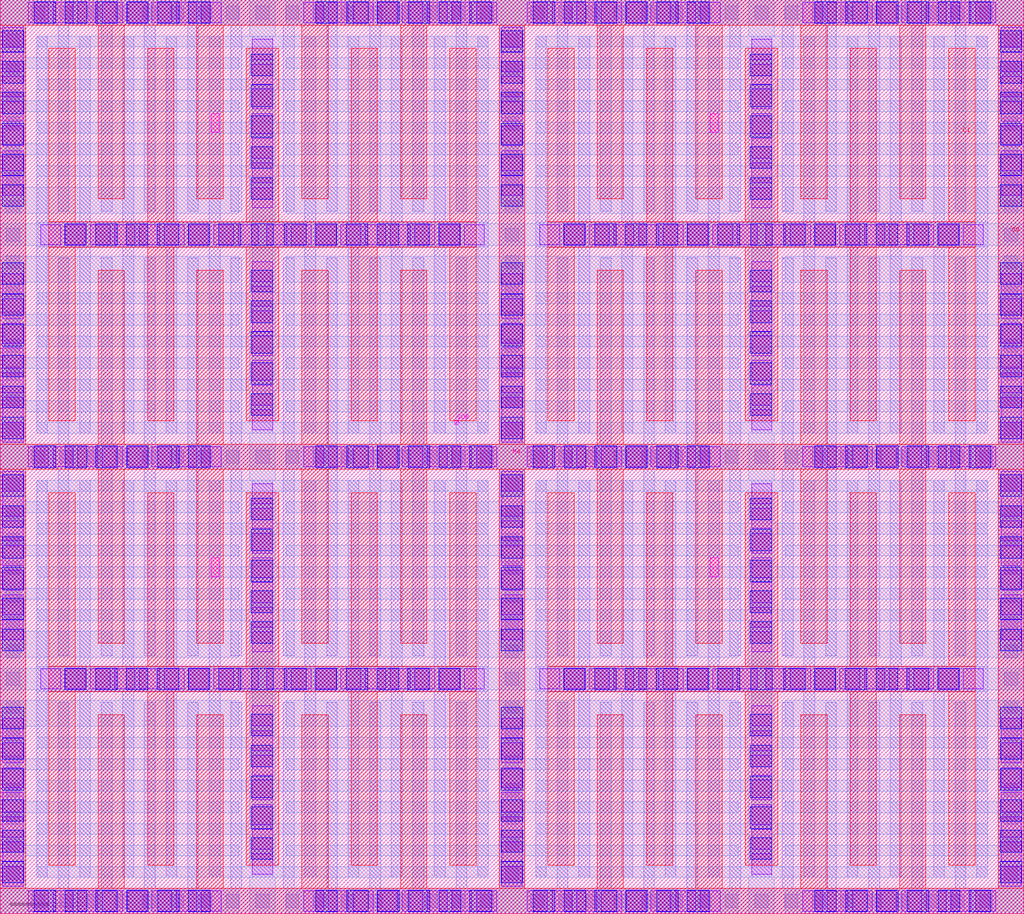
<source format=lef>
# Copyright 2020 The SkyWater PDK Authors
#
# Licensed under the Apache License, Version 2.0 (the "License");
# you may not use this file except in compliance with the License.
# You may obtain a copy of the License at
#
#     https://www.apache.org/licenses/LICENSE-2.0
#
# Unless required by applicable law or agreed to in writing, software
# distributed under the License is distributed on an "AS IS" BASIS,
# WITHOUT WARRANTIES OR CONDITIONS OF ANY KIND, either express or implied.
# See the License for the specific language governing permissions and
# limitations under the License.
#
# SPDX-License-Identifier: Apache-2.0

VERSION 5.7 ;
  NOWIREEXTENSIONATPIN ON ;
  DIVIDERCHAR "/" ;
  BUSBITCHARS "[]" ;
MACRO sky130_fd_pr__cap_vpp_06p8x06p1_m1m2m3_shieldl1m4_top
  CLASS BLOCK ;
  FOREIGN sky130_fd_pr__cap_vpp_06p8x06p1_m1m2m3_shieldl1m4_top ;
  ORIGIN  0.000000  0.000000 ;
  SIZE  13.27000 BY  11.85000 ;
  PIN C0
    PORT
      LAYER met3 ;
        RECT  0.000000  0.000000 13.270000  0.330000 ;
        RECT  0.000000  0.330000  0.330000  5.760000 ;
        RECT  0.000000  5.760000 13.270000  6.090000 ;
        RECT  0.000000  6.090000  0.330000 11.520000 ;
        RECT  0.000000 11.520000 13.270000 11.850000 ;
        RECT  1.270000  0.330000  1.610000  2.580000 ;
        RECT  1.270000  3.510000  1.610000  5.760000 ;
        RECT  1.270000  6.090000  1.610000  8.340000 ;
        RECT  1.270000  9.270000  1.610000 11.520000 ;
        RECT  2.550000  0.330000  2.890000  2.580000 ;
        RECT  2.550000  3.510000  2.890000  5.760000 ;
        RECT  2.550000  6.090000  2.890000  8.340000 ;
        RECT  2.550000  9.270000  2.890000 11.520000 ;
        RECT  3.910000  0.330000  4.250000  2.580000 ;
        RECT  3.910000  3.510000  4.250000  5.760000 ;
        RECT  3.910000  6.090000  4.250000  8.340000 ;
        RECT  3.910000  9.270000  4.250000 11.520000 ;
        RECT  5.190000  0.330000  5.530000  2.580000 ;
        RECT  5.190000  3.510000  5.530000  5.760000 ;
        RECT  5.190000  6.090000  5.530000  8.340000 ;
        RECT  5.190000  9.270000  5.530000 11.520000 ;
        RECT  6.470000  0.330000  6.800000  5.760000 ;
        RECT  6.470000  6.090000  6.800000 11.520000 ;
        RECT  7.740000  0.330000  8.080000  2.580000 ;
        RECT  7.740000  3.510000  8.080000  5.760000 ;
        RECT  7.740000  6.090000  8.080000  8.340000 ;
        RECT  7.740000  9.270000  8.080000 11.520000 ;
        RECT  9.020000  0.330000  9.360000  2.580000 ;
        RECT  9.020000  3.510000  9.360000  5.760000 ;
        RECT  9.020000  6.090000  9.360000  8.340000 ;
        RECT  9.020000  9.270000  9.360000 11.520000 ;
        RECT 10.380000  0.330000 10.720000  2.580000 ;
        RECT 10.380000  3.510000 10.720000  5.760000 ;
        RECT 10.380000  6.090000 10.720000  8.340000 ;
        RECT 10.380000  9.270000 10.720000 11.520000 ;
        RECT 11.660000  0.330000 12.000000  2.580000 ;
        RECT 11.660000  3.510000 12.000000  5.760000 ;
        RECT 11.660000  6.090000 12.000000  8.340000 ;
        RECT 11.660000  9.270000 12.000000 11.520000 ;
        RECT 12.940000  0.330000 13.270000  5.760000 ;
        RECT 12.940000  6.090000 13.270000 11.520000 ;
    END
  END C0
  PIN C1
    PORT
      LAYER met3 ;
        RECT  0.630000 0.630000  0.970000  2.880000 ;
        RECT  0.630000 2.880000  6.170000  3.210000 ;
        RECT  0.630000 3.210000  0.970000  5.460000 ;
        RECT  0.630000 6.390000  0.970000  8.640000 ;
        RECT  0.630000 8.640000  6.170000  8.970000 ;
        RECT  0.630000 8.970000  0.970000 11.220000 ;
        RECT  1.910000 0.630000  2.250000  2.880000 ;
        RECT  1.910000 3.210000  2.250000  5.460000 ;
        RECT  1.910000 6.390000  2.250000  8.640000 ;
        RECT  1.910000 8.970000  2.250000 11.220000 ;
        RECT  3.190000 0.630000  3.610000  2.880000 ;
        RECT  3.190000 3.210000  3.610000  5.460000 ;
        RECT  3.190000 6.390000  3.610000  8.640000 ;
        RECT  3.190000 8.970000  3.610000 11.220000 ;
        RECT  4.550000 0.630000  4.890000  2.880000 ;
        RECT  4.550000 3.210000  4.890000  5.460000 ;
        RECT  4.550000 6.390000  4.890000  8.640000 ;
        RECT  4.550000 8.970000  4.890000 11.220000 ;
        RECT  5.830000 0.630000  6.170000  2.880000 ;
        RECT  5.830000 3.210000  6.170000  5.460000 ;
        RECT  5.830000 6.390000  6.170000  8.640000 ;
        RECT  5.830000 8.970000  6.170000 11.220000 ;
        RECT  7.100000 0.630000  7.440000  2.880000 ;
        RECT  7.100000 2.880000 12.640000  3.210000 ;
        RECT  7.100000 3.210000  7.440000  5.460000 ;
        RECT  7.100000 6.390000  7.440000  8.640000 ;
        RECT  7.100000 8.640000 12.640000  8.970000 ;
        RECT  7.100000 8.970000  7.440000 11.220000 ;
        RECT  8.380000 0.630000  8.720000  2.880000 ;
        RECT  8.380000 3.210000  8.720000  5.460000 ;
        RECT  8.380000 6.390000  8.720000  8.640000 ;
        RECT  8.380000 8.970000  8.720000 11.220000 ;
        RECT  9.660000 0.630000 10.080000  2.880000 ;
        RECT  9.660000 3.210000 10.080000  5.460000 ;
        RECT  9.660000 6.390000 10.080000  8.640000 ;
        RECT  9.660000 8.970000 10.080000 11.220000 ;
        RECT 11.020000 0.630000 11.360000  2.880000 ;
        RECT 11.020000 3.210000 11.360000  5.460000 ;
        RECT 11.020000 6.390000 11.360000  8.640000 ;
        RECT 11.020000 8.970000 11.360000 11.220000 ;
        RECT 12.300000 0.630000 12.640000  2.880000 ;
        RECT 12.300000 3.210000 12.640000  5.460000 ;
        RECT 12.300000 6.390000 12.640000  8.640000 ;
        RECT 12.300000 8.970000 12.640000 11.220000 ;
    END
  END C1
  PIN M4
    PORT
      LAYER met4 ;
        RECT 0.000000 0.000000 13.270000 11.850000 ;
    END
  END M4
  PIN SUB
    PORT
      LAYER pwell ;
        RECT 5.895000 6.345000 5.945000 6.395000 ;
    END
  END SUB
  OBS
    LAYER li1 ;
      RECT 0.000000 0.000000 13.270000 11.850000 ;
    LAYER mcon ;
      RECT  0.080000  0.440000  0.250000  0.610000 ;
      RECT  0.080000  0.800000  0.250000  0.970000 ;
      RECT  0.080000  1.160000  0.250000  1.330000 ;
      RECT  0.080000  1.520000  0.250000  1.690000 ;
      RECT  0.080000  1.880000  0.250000  2.050000 ;
      RECT  0.080000  2.240000  0.250000  2.410000 ;
      RECT  0.080000  2.600000  0.250000  2.770000 ;
      RECT  0.080000  2.960000  0.250000  3.130000 ;
      RECT  0.080000  3.320000  0.250000  3.490000 ;
      RECT  0.080000  3.680000  0.250000  3.850000 ;
      RECT  0.080000  4.040000  0.250000  4.210000 ;
      RECT  0.080000  4.400000  0.250000  4.570000 ;
      RECT  0.080000  4.760000  0.250000  4.930000 ;
      RECT  0.080000  5.120000  0.250000  5.290000 ;
      RECT  0.080000  5.480000  0.250000  5.650000 ;
      RECT  0.080000  6.200000  0.250000  6.370000 ;
      RECT  0.080000  6.560000  0.250000  6.730000 ;
      RECT  0.080000  6.920000  0.250000  7.090000 ;
      RECT  0.080000  7.280000  0.250000  7.450000 ;
      RECT  0.080000  7.640000  0.250000  7.810000 ;
      RECT  0.080000  8.000000  0.250000  8.170000 ;
      RECT  0.080000  8.360000  0.250000  8.530000 ;
      RECT  0.080000  8.720000  0.250000  8.890000 ;
      RECT  0.080000  9.080000  0.250000  9.250000 ;
      RECT  0.080000  9.440000  0.250000  9.610000 ;
      RECT  0.080000  9.800000  0.250000  9.970000 ;
      RECT  0.080000 10.160000  0.250000 10.330000 ;
      RECT  0.080000 10.520000  0.250000 10.690000 ;
      RECT  0.080000 10.880000  0.250000 11.050000 ;
      RECT  0.080000 11.240000  0.250000 11.410000 ;
      RECT  0.410000  0.080000  0.580000  0.250000 ;
      RECT  0.410000  5.840000  0.580000  6.010000 ;
      RECT  0.410000 11.600000  0.580000 11.770000 ;
      RECT  0.770000  0.080000  0.940000  0.250000 ;
      RECT  0.770000  5.840000  0.940000  6.010000 ;
      RECT  0.770000 11.600000  0.940000 11.770000 ;
      RECT  1.130000  0.080000  1.300000  0.250000 ;
      RECT  1.130000  5.840000  1.300000  6.010000 ;
      RECT  1.130000 11.600000  1.300000 11.770000 ;
      RECT  1.490000  0.080000  1.660000  0.250000 ;
      RECT  1.490000  5.840000  1.660000  6.010000 ;
      RECT  1.490000 11.600000  1.660000 11.770000 ;
      RECT  1.850000  0.080000  2.020000  0.250000 ;
      RECT  1.850000  5.840000  2.020000  6.010000 ;
      RECT  1.850000 11.600000  2.020000 11.770000 ;
      RECT  2.210000  0.080000  2.380000  0.250000 ;
      RECT  2.210000  5.840000  2.380000  6.010000 ;
      RECT  2.210000 11.600000  2.380000 11.770000 ;
      RECT  2.570000  0.080000  2.740000  0.250000 ;
      RECT  2.570000  5.840000  2.740000  6.010000 ;
      RECT  2.570000 11.600000  2.740000 11.770000 ;
      RECT  2.930000  0.080000  3.100000  0.250000 ;
      RECT  2.930000  5.840000  3.100000  6.010000 ;
      RECT  2.930000 11.600000  3.100000 11.770000 ;
      RECT  3.315000  0.080000  3.485000  0.250000 ;
      RECT  3.315000  5.840000  3.485000  6.010000 ;
      RECT  3.315000 11.600000  3.485000 11.770000 ;
      RECT  3.700000  0.080000  3.870000  0.250000 ;
      RECT  3.700000  5.840000  3.870000  6.010000 ;
      RECT  3.700000 11.600000  3.870000 11.770000 ;
      RECT  4.060000  0.080000  4.230000  0.250000 ;
      RECT  4.060000  5.840000  4.230000  6.010000 ;
      RECT  4.060000 11.600000  4.230000 11.770000 ;
      RECT  4.420000  0.080000  4.590000  0.250000 ;
      RECT  4.420000  5.840000  4.590000  6.010000 ;
      RECT  4.420000 11.600000  4.590000 11.770000 ;
      RECT  4.780000  0.080000  4.950000  0.250000 ;
      RECT  4.780000  5.840000  4.950000  6.010000 ;
      RECT  4.780000 11.600000  4.950000 11.770000 ;
      RECT  5.140000  0.080000  5.310000  0.250000 ;
      RECT  5.140000  5.840000  5.310000  6.010000 ;
      RECT  5.140000 11.600000  5.310000 11.770000 ;
      RECT  5.500000  0.080000  5.670000  0.250000 ;
      RECT  5.500000  5.840000  5.670000  6.010000 ;
      RECT  5.500000 11.600000  5.670000 11.770000 ;
      RECT  5.860000  0.080000  6.030000  0.250000 ;
      RECT  5.860000  5.840000  6.030000  6.010000 ;
      RECT  5.860000 11.600000  6.030000 11.770000 ;
      RECT  6.220000  0.080000  6.390000  0.250000 ;
      RECT  6.220000  5.840000  6.390000  6.010000 ;
      RECT  6.220000 11.600000  6.390000 11.770000 ;
      RECT  6.550000  0.440000  6.720000  0.610000 ;
      RECT  6.550000  0.800000  6.720000  0.970000 ;
      RECT  6.550000  1.160000  6.720000  1.330000 ;
      RECT  6.550000  1.520000  6.720000  1.690000 ;
      RECT  6.550000  1.880000  6.720000  2.050000 ;
      RECT  6.550000  2.240000  6.720000  2.410000 ;
      RECT  6.550000  2.600000  6.720000  2.770000 ;
      RECT  6.550000  2.960000  6.720000  3.130000 ;
      RECT  6.550000  3.320000  6.720000  3.490000 ;
      RECT  6.550000  3.680000  6.720000  3.850000 ;
      RECT  6.550000  4.040000  6.720000  4.210000 ;
      RECT  6.550000  4.400000  6.720000  4.570000 ;
      RECT  6.550000  4.760000  6.720000  4.930000 ;
      RECT  6.550000  5.120000  6.720000  5.290000 ;
      RECT  6.550000  5.480000  6.720000  5.650000 ;
      RECT  6.550000  6.200000  6.720000  6.370000 ;
      RECT  6.550000  6.560000  6.720000  6.730000 ;
      RECT  6.550000  6.920000  6.720000  7.090000 ;
      RECT  6.550000  7.280000  6.720000  7.450000 ;
      RECT  6.550000  7.640000  6.720000  7.810000 ;
      RECT  6.550000  8.000000  6.720000  8.170000 ;
      RECT  6.550000  8.360000  6.720000  8.530000 ;
      RECT  6.550000  8.720000  6.720000  8.890000 ;
      RECT  6.550000  9.080000  6.720000  9.250000 ;
      RECT  6.550000  9.440000  6.720000  9.610000 ;
      RECT  6.550000  9.800000  6.720000  9.970000 ;
      RECT  6.550000 10.160000  6.720000 10.330000 ;
      RECT  6.550000 10.520000  6.720000 10.690000 ;
      RECT  6.550000 10.880000  6.720000 11.050000 ;
      RECT  6.550000 11.240000  6.720000 11.410000 ;
      RECT  6.880000  0.080000  7.050000  0.250000 ;
      RECT  6.880000  5.840000  7.050000  6.010000 ;
      RECT  6.880000 11.600000  7.050000 11.770000 ;
      RECT  7.240000  0.080000  7.410000  0.250000 ;
      RECT  7.240000  5.840000  7.410000  6.010000 ;
      RECT  7.240000 11.600000  7.410000 11.770000 ;
      RECT  7.600000  0.080000  7.770000  0.250000 ;
      RECT  7.600000  5.840000  7.770000  6.010000 ;
      RECT  7.600000 11.600000  7.770000 11.770000 ;
      RECT  7.960000  0.080000  8.130000  0.250000 ;
      RECT  7.960000  5.840000  8.130000  6.010000 ;
      RECT  7.960000 11.600000  8.130000 11.770000 ;
      RECT  8.320000  0.080000  8.490000  0.250000 ;
      RECT  8.320000  5.840000  8.490000  6.010000 ;
      RECT  8.320000 11.600000  8.490000 11.770000 ;
      RECT  8.680000  0.080000  8.850000  0.250000 ;
      RECT  8.680000  5.840000  8.850000  6.010000 ;
      RECT  8.680000 11.600000  8.850000 11.770000 ;
      RECT  9.040000  0.080000  9.210000  0.250000 ;
      RECT  9.040000  5.840000  9.210000  6.010000 ;
      RECT  9.040000 11.600000  9.210000 11.770000 ;
      RECT  9.400000  0.080000  9.570000  0.250000 ;
      RECT  9.400000  5.840000  9.570000  6.010000 ;
      RECT  9.400000 11.600000  9.570000 11.770000 ;
      RECT  9.785000  0.080000  9.955000  0.250000 ;
      RECT  9.785000  5.840000  9.955000  6.010000 ;
      RECT  9.785000 11.600000  9.955000 11.770000 ;
      RECT 10.170000  0.080000 10.340000  0.250000 ;
      RECT 10.170000  5.840000 10.340000  6.010000 ;
      RECT 10.170000 11.600000 10.340000 11.770000 ;
      RECT 10.530000  0.080000 10.700000  0.250000 ;
      RECT 10.530000  5.840000 10.700000  6.010000 ;
      RECT 10.530000 11.600000 10.700000 11.770000 ;
      RECT 10.890000  0.080000 11.060000  0.250000 ;
      RECT 10.890000  5.840000 11.060000  6.010000 ;
      RECT 10.890000 11.600000 11.060000 11.770000 ;
      RECT 11.250000  0.080000 11.420000  0.250000 ;
      RECT 11.250000  5.840000 11.420000  6.010000 ;
      RECT 11.250000 11.600000 11.420000 11.770000 ;
      RECT 11.610000  0.080000 11.780000  0.250000 ;
      RECT 11.610000  5.840000 11.780000  6.010000 ;
      RECT 11.610000 11.600000 11.780000 11.770000 ;
      RECT 11.970000  0.080000 12.140000  0.250000 ;
      RECT 11.970000  5.840000 12.140000  6.010000 ;
      RECT 11.970000 11.600000 12.140000 11.770000 ;
      RECT 12.330000  0.080000 12.500000  0.250000 ;
      RECT 12.330000  5.840000 12.500000  6.010000 ;
      RECT 12.330000 11.600000 12.500000 11.770000 ;
      RECT 12.690000  0.080000 12.860000  0.250000 ;
      RECT 12.690000  5.840000 12.860000  6.010000 ;
      RECT 12.690000 11.600000 12.860000 11.770000 ;
      RECT 13.020000  0.440000 13.190000  0.610000 ;
      RECT 13.020000  0.800000 13.190000  0.970000 ;
      RECT 13.020000  1.160000 13.190000  1.330000 ;
      RECT 13.020000  1.520000 13.190000  1.690000 ;
      RECT 13.020000  1.880000 13.190000  2.050000 ;
      RECT 13.020000  2.240000 13.190000  2.410000 ;
      RECT 13.020000  2.600000 13.190000  2.770000 ;
      RECT 13.020000  2.960000 13.190000  3.130000 ;
      RECT 13.020000  3.320000 13.190000  3.490000 ;
      RECT 13.020000  3.680000 13.190000  3.850000 ;
      RECT 13.020000  4.040000 13.190000  4.210000 ;
      RECT 13.020000  4.400000 13.190000  4.570000 ;
      RECT 13.020000  4.760000 13.190000  4.930000 ;
      RECT 13.020000  5.120000 13.190000  5.290000 ;
      RECT 13.020000  5.480000 13.190000  5.650000 ;
      RECT 13.020000  6.200000 13.190000  6.370000 ;
      RECT 13.020000  6.560000 13.190000  6.730000 ;
      RECT 13.020000  6.920000 13.190000  7.090000 ;
      RECT 13.020000  7.280000 13.190000  7.450000 ;
      RECT 13.020000  7.640000 13.190000  7.810000 ;
      RECT 13.020000  8.000000 13.190000  8.170000 ;
      RECT 13.020000  8.360000 13.190000  8.530000 ;
      RECT 13.020000  8.720000 13.190000  8.890000 ;
      RECT 13.020000  9.080000 13.190000  9.250000 ;
      RECT 13.020000  9.440000 13.190000  9.610000 ;
      RECT 13.020000  9.800000 13.190000  9.970000 ;
      RECT 13.020000 10.160000 13.190000 10.330000 ;
      RECT 13.020000 10.520000 13.190000 10.690000 ;
      RECT 13.020000 10.880000 13.190000 11.050000 ;
      RECT 13.020000 11.240000 13.190000 11.410000 ;
    LAYER met1 ;
      RECT  0.000000  0.000000 13.270000  0.330000 ;
      RECT  0.000000  0.330000  0.330000  5.760000 ;
      RECT  0.000000  5.760000 13.270000  6.090000 ;
      RECT  0.000000  6.090000  0.330000 11.520000 ;
      RECT  0.000000 11.520000 13.270000 11.850000 ;
      RECT  0.470000  0.470000  0.610000  2.885000 ;
      RECT  0.470000  2.885000  6.330000  3.205000 ;
      RECT  0.470000  3.205000  0.610000  5.620000 ;
      RECT  0.470000  6.230000  0.610000  8.645000 ;
      RECT  0.470000  8.645000  6.330000  8.965000 ;
      RECT  0.470000  8.965000  0.610000 11.380000 ;
      RECT  0.750000  0.330000  0.890000  2.745000 ;
      RECT  0.750000  3.345000  0.890000  5.760000 ;
      RECT  0.750000  6.090000  0.890000  8.505000 ;
      RECT  0.750000  9.105000  0.890000 11.520000 ;
      RECT  1.030000  0.470000  1.170000  2.885000 ;
      RECT  1.030000  3.205000  1.170000  5.620000 ;
      RECT  1.030000  6.230000  1.170000  8.645000 ;
      RECT  1.030000  8.965000  1.170000 11.380000 ;
      RECT  1.310000  0.330000  1.450000  2.745000 ;
      RECT  1.310000  3.345000  1.450000  5.760000 ;
      RECT  1.310000  6.090000  1.450000  8.505000 ;
      RECT  1.310000  9.105000  1.450000 11.520000 ;
      RECT  1.590000  0.470000  1.730000  2.885000 ;
      RECT  1.590000  3.205000  1.730000  5.620000 ;
      RECT  1.590000  6.230000  1.730000  8.645000 ;
      RECT  1.590000  8.965000  1.730000 11.380000 ;
      RECT  1.870000  0.330000  2.010000  2.745000 ;
      RECT  1.870000  3.345000  2.010000  5.760000 ;
      RECT  1.870000  6.090000  2.010000  8.505000 ;
      RECT  1.870000  9.105000  2.010000 11.520000 ;
      RECT  2.150000  0.470000  2.290000  2.885000 ;
      RECT  2.150000  3.205000  2.290000  5.620000 ;
      RECT  2.150000  6.230000  2.290000  8.645000 ;
      RECT  2.150000  8.965000  2.290000 11.380000 ;
      RECT  2.430000  0.330000  2.570000  2.745000 ;
      RECT  2.430000  3.345000  2.570000  5.760000 ;
      RECT  2.430000  6.090000  2.570000  8.505000 ;
      RECT  2.430000  9.105000  2.570000 11.520000 ;
      RECT  2.710000  0.470000  2.850000  2.885000 ;
      RECT  2.710000  3.205000  2.850000  5.620000 ;
      RECT  2.710000  6.230000  2.850000  8.645000 ;
      RECT  2.710000  8.965000  2.850000 11.380000 ;
      RECT  2.990000  0.330000  3.130000  2.745000 ;
      RECT  2.990000  3.345000  3.130000  5.760000 ;
      RECT  2.990000  6.090000  3.130000  8.505000 ;
      RECT  2.990000  9.105000  3.130000 11.520000 ;
      RECT  3.270000  0.470000  3.530000  2.885000 ;
      RECT  3.270000  3.205000  3.530000  5.620000 ;
      RECT  3.270000  6.230000  3.530000  8.645000 ;
      RECT  3.270000  8.965000  3.530000 11.380000 ;
      RECT  3.670000  0.330000  3.810000  2.745000 ;
      RECT  3.670000  3.345000  3.810000  5.760000 ;
      RECT  3.670000  6.090000  3.810000  8.505000 ;
      RECT  3.670000  9.105000  3.810000 11.520000 ;
      RECT  3.950000  0.470000  4.090000  2.885000 ;
      RECT  3.950000  3.205000  4.090000  5.620000 ;
      RECT  3.950000  6.230000  4.090000  8.645000 ;
      RECT  3.950000  8.965000  4.090000 11.380000 ;
      RECT  4.230000  0.330000  4.370000  2.745000 ;
      RECT  4.230000  3.345000  4.370000  5.760000 ;
      RECT  4.230000  6.090000  4.370000  8.505000 ;
      RECT  4.230000  9.105000  4.370000 11.520000 ;
      RECT  4.510000  0.470000  4.650000  2.885000 ;
      RECT  4.510000  3.205000  4.650000  5.620000 ;
      RECT  4.510000  6.230000  4.650000  8.645000 ;
      RECT  4.510000  8.965000  4.650000 11.380000 ;
      RECT  4.790000  0.330000  4.930000  2.745000 ;
      RECT  4.790000  3.345000  4.930000  5.760000 ;
      RECT  4.790000  6.090000  4.930000  8.505000 ;
      RECT  4.790000  9.105000  4.930000 11.520000 ;
      RECT  5.070000  0.470000  5.210000  2.885000 ;
      RECT  5.070000  3.205000  5.210000  5.620000 ;
      RECT  5.070000  6.230000  5.210000  8.645000 ;
      RECT  5.070000  8.965000  5.210000 11.380000 ;
      RECT  5.350000  0.330000  5.490000  2.745000 ;
      RECT  5.350000  3.345000  5.490000  5.760000 ;
      RECT  5.350000  6.090000  5.490000  8.505000 ;
      RECT  5.350000  9.105000  5.490000 11.520000 ;
      RECT  5.630000  0.470000  5.770000  2.885000 ;
      RECT  5.630000  3.205000  5.770000  5.620000 ;
      RECT  5.630000  6.230000  5.770000  8.645000 ;
      RECT  5.630000  8.965000  5.770000 11.380000 ;
      RECT  5.910000  0.330000  6.050000  2.745000 ;
      RECT  5.910000  3.345000  6.050000  5.760000 ;
      RECT  5.910000  6.090000  6.050000  8.505000 ;
      RECT  5.910000  9.105000  6.050000 11.520000 ;
      RECT  6.190000  0.470000  6.330000  2.885000 ;
      RECT  6.190000  3.205000  6.330000  5.620000 ;
      RECT  6.190000  6.230000  6.330000  8.645000 ;
      RECT  6.190000  8.965000  6.330000 11.380000 ;
      RECT  6.470000  0.330000  6.800000  5.760000 ;
      RECT  6.470000  6.090000  6.800000 11.520000 ;
      RECT  6.940000  0.470000  7.080000  2.885000 ;
      RECT  6.940000  2.885000 12.800000  3.205000 ;
      RECT  6.940000  3.205000  7.080000  5.620000 ;
      RECT  6.940000  6.230000  7.080000  8.645000 ;
      RECT  6.940000  8.645000 12.800000  8.965000 ;
      RECT  6.940000  8.965000  7.080000 11.380000 ;
      RECT  7.220000  0.330000  7.360000  2.745000 ;
      RECT  7.220000  3.345000  7.360000  5.760000 ;
      RECT  7.220000  6.090000  7.360000  8.505000 ;
      RECT  7.220000  9.105000  7.360000 11.520000 ;
      RECT  7.500000  0.470000  7.640000  2.885000 ;
      RECT  7.500000  3.205000  7.640000  5.620000 ;
      RECT  7.500000  6.230000  7.640000  8.645000 ;
      RECT  7.500000  8.965000  7.640000 11.380000 ;
      RECT  7.780000  0.330000  7.920000  2.745000 ;
      RECT  7.780000  3.345000  7.920000  5.760000 ;
      RECT  7.780000  6.090000  7.920000  8.505000 ;
      RECT  7.780000  9.105000  7.920000 11.520000 ;
      RECT  8.060000  0.470000  8.200000  2.885000 ;
      RECT  8.060000  3.205000  8.200000  5.620000 ;
      RECT  8.060000  6.230000  8.200000  8.645000 ;
      RECT  8.060000  8.965000  8.200000 11.380000 ;
      RECT  8.340000  0.330000  8.480000  2.745000 ;
      RECT  8.340000  3.345000  8.480000  5.760000 ;
      RECT  8.340000  6.090000  8.480000  8.505000 ;
      RECT  8.340000  9.105000  8.480000 11.520000 ;
      RECT  8.620000  0.470000  8.760000  2.885000 ;
      RECT  8.620000  3.205000  8.760000  5.620000 ;
      RECT  8.620000  6.230000  8.760000  8.645000 ;
      RECT  8.620000  8.965000  8.760000 11.380000 ;
      RECT  8.900000  0.330000  9.040000  2.745000 ;
      RECT  8.900000  3.345000  9.040000  5.760000 ;
      RECT  8.900000  6.090000  9.040000  8.505000 ;
      RECT  8.900000  9.105000  9.040000 11.520000 ;
      RECT  9.180000  0.470000  9.320000  2.885000 ;
      RECT  9.180000  3.205000  9.320000  5.620000 ;
      RECT  9.180000  6.230000  9.320000  8.645000 ;
      RECT  9.180000  8.965000  9.320000 11.380000 ;
      RECT  9.460000  0.330000  9.600000  2.745000 ;
      RECT  9.460000  3.345000  9.600000  5.760000 ;
      RECT  9.460000  6.090000  9.600000  8.505000 ;
      RECT  9.460000  9.105000  9.600000 11.520000 ;
      RECT  9.740000  0.470000 10.000000  2.885000 ;
      RECT  9.740000  3.205000 10.000000  5.620000 ;
      RECT  9.740000  6.230000 10.000000  8.645000 ;
      RECT  9.740000  8.965000 10.000000 11.380000 ;
      RECT 10.140000  0.330000 10.280000  2.745000 ;
      RECT 10.140000  3.345000 10.280000  5.760000 ;
      RECT 10.140000  6.090000 10.280000  8.505000 ;
      RECT 10.140000  9.105000 10.280000 11.520000 ;
      RECT 10.420000  0.470000 10.560000  2.885000 ;
      RECT 10.420000  3.205000 10.560000  5.620000 ;
      RECT 10.420000  6.230000 10.560000  8.645000 ;
      RECT 10.420000  8.965000 10.560000 11.380000 ;
      RECT 10.700000  0.330000 10.840000  2.745000 ;
      RECT 10.700000  3.345000 10.840000  5.760000 ;
      RECT 10.700000  6.090000 10.840000  8.505000 ;
      RECT 10.700000  9.105000 10.840000 11.520000 ;
      RECT 10.980000  0.470000 11.120000  2.885000 ;
      RECT 10.980000  3.205000 11.120000  5.620000 ;
      RECT 10.980000  6.230000 11.120000  8.645000 ;
      RECT 10.980000  8.965000 11.120000 11.380000 ;
      RECT 11.260000  0.330000 11.400000  2.745000 ;
      RECT 11.260000  3.345000 11.400000  5.760000 ;
      RECT 11.260000  6.090000 11.400000  8.505000 ;
      RECT 11.260000  9.105000 11.400000 11.520000 ;
      RECT 11.540000  0.470000 11.680000  2.885000 ;
      RECT 11.540000  3.205000 11.680000  5.620000 ;
      RECT 11.540000  6.230000 11.680000  8.645000 ;
      RECT 11.540000  8.965000 11.680000 11.380000 ;
      RECT 11.820000  0.330000 11.960000  2.745000 ;
      RECT 11.820000  3.345000 11.960000  5.760000 ;
      RECT 11.820000  6.090000 11.960000  8.505000 ;
      RECT 11.820000  9.105000 11.960000 11.520000 ;
      RECT 12.100000  0.470000 12.240000  2.885000 ;
      RECT 12.100000  3.205000 12.240000  5.620000 ;
      RECT 12.100000  6.230000 12.240000  8.645000 ;
      RECT 12.100000  8.965000 12.240000 11.380000 ;
      RECT 12.380000  0.330000 12.520000  2.745000 ;
      RECT 12.380000  3.345000 12.520000  5.760000 ;
      RECT 12.380000  6.090000 12.520000  8.505000 ;
      RECT 12.380000  9.105000 12.520000 11.520000 ;
      RECT 12.660000  0.470000 12.800000  2.885000 ;
      RECT 12.660000  3.205000 12.800000  5.620000 ;
      RECT 12.660000  6.230000 12.800000  8.645000 ;
      RECT 12.660000  8.965000 12.800000 11.380000 ;
      RECT 12.940000  0.330000 13.270000  5.760000 ;
      RECT 12.940000  6.090000 13.270000 11.520000 ;
    LAYER met2 ;
      RECT  0.000000  0.000000  3.095000  0.330000 ;
      RECT  0.000000  0.330000  0.330000  0.750000 ;
      RECT  0.000000  0.750000  3.095000  0.890000 ;
      RECT  0.000000  0.890000  0.330000  1.310000 ;
      RECT  0.000000  1.310000  3.095000  1.450000 ;
      RECT  0.000000  1.450000  0.330000  1.870000 ;
      RECT  0.000000  1.870000  3.095000  2.010000 ;
      RECT  0.000000  2.010000  0.330000  2.430000 ;
      RECT  0.000000  2.430000  3.095000  2.765000 ;
      RECT  0.000000  2.905000 13.270000  3.185000 ;
      RECT  0.000000  3.325000  3.095000  3.660000 ;
      RECT  0.000000  3.660000  0.330000  4.080000 ;
      RECT  0.000000  4.080000  3.095000  4.220000 ;
      RECT  0.000000  4.220000  0.330000  4.640000 ;
      RECT  0.000000  4.640000  3.095000  4.780000 ;
      RECT  0.000000  4.780000  0.330000  5.200000 ;
      RECT  0.000000  5.200000  3.095000  5.340000 ;
      RECT  0.000000  5.340000  0.330000  5.760000 ;
      RECT  0.000000  5.760000  3.095000  6.090000 ;
      RECT  0.000000  6.090000  0.330000  6.510000 ;
      RECT  0.000000  6.510000  3.095000  6.650000 ;
      RECT  0.000000  6.650000  0.330000  7.070000 ;
      RECT  0.000000  7.070000  3.095000  7.210000 ;
      RECT  0.000000  7.210000  0.330000  7.630000 ;
      RECT  0.000000  7.630000  3.095000  7.770000 ;
      RECT  0.000000  7.770000  0.330000  8.190000 ;
      RECT  0.000000  8.190000  3.095000  8.525000 ;
      RECT  0.000000  8.665000 13.270000  8.945000 ;
      RECT  0.000000  9.085000  3.095000  9.420000 ;
      RECT  0.000000  9.420000  0.330000  9.840000 ;
      RECT  0.000000  9.840000  3.095000  9.980000 ;
      RECT  0.000000  9.980000  0.330000 10.400000 ;
      RECT  0.000000 10.400000  3.095000 10.540000 ;
      RECT  0.000000 10.540000  0.330000 10.960000 ;
      RECT  0.000000 10.960000  3.095000 11.100000 ;
      RECT  0.000000 11.100000  0.330000 11.520000 ;
      RECT  0.000000 11.520000  3.095000 11.850000 ;
      RECT  0.470000  0.470000  6.330000  0.610000 ;
      RECT  0.470000  1.030000  6.330000  1.170000 ;
      RECT  0.470000  1.590000  6.330000  1.730000 ;
      RECT  0.470000  2.150000  6.330000  2.290000 ;
      RECT  0.470000  3.800000  6.330000  3.940000 ;
      RECT  0.470000  4.360000  6.330000  4.500000 ;
      RECT  0.470000  4.920000  6.330000  5.060000 ;
      RECT  0.470000  5.480000  6.330000  5.620000 ;
      RECT  0.470000  6.230000  6.330000  6.370000 ;
      RECT  0.470000  6.790000  6.330000  6.930000 ;
      RECT  0.470000  7.350000  6.330000  7.490000 ;
      RECT  0.470000  7.910000  6.330000  8.050000 ;
      RECT  0.470000  9.560000  6.330000  9.700000 ;
      RECT  0.470000 10.120000  6.330000 10.260000 ;
      RECT  0.470000 10.680000  6.330000 10.820000 ;
      RECT  0.470000 11.240000  6.330000 11.380000 ;
      RECT  3.235000  0.000000  3.565000  0.470000 ;
      RECT  3.235000  0.610000  3.565000  1.030000 ;
      RECT  3.235000  1.170000  3.565000  1.590000 ;
      RECT  3.235000  1.730000  3.565000  2.150000 ;
      RECT  3.235000  2.290000  3.565000  2.905000 ;
      RECT  3.235000  3.185000  3.565000  3.800000 ;
      RECT  3.235000  3.940000  3.565000  4.360000 ;
      RECT  3.235000  4.500000  3.565000  4.920000 ;
      RECT  3.235000  5.060000  3.565000  5.480000 ;
      RECT  3.235000  5.620000  3.565000  6.230000 ;
      RECT  3.235000  6.370000  3.565000  6.790000 ;
      RECT  3.235000  6.930000  3.565000  7.350000 ;
      RECT  3.235000  7.490000  3.565000  7.910000 ;
      RECT  3.235000  8.050000  3.565000  8.665000 ;
      RECT  3.235000  8.945000  3.565000  9.560000 ;
      RECT  3.235000  9.700000  3.565000 10.120000 ;
      RECT  3.235000 10.260000  3.565000 10.680000 ;
      RECT  3.235000 10.820000  3.565000 11.240000 ;
      RECT  3.235000 11.380000  3.565000 11.850000 ;
      RECT  3.705000  0.000000  9.565000  0.330000 ;
      RECT  3.705000  0.750000  9.565000  0.890000 ;
      RECT  3.705000  1.310000  9.565000  1.450000 ;
      RECT  3.705000  1.870000  9.565000  2.010000 ;
      RECT  3.705000  2.430000  9.565000  2.765000 ;
      RECT  3.705000  3.325000  9.565000  3.660000 ;
      RECT  3.705000  4.080000  9.565000  4.220000 ;
      RECT  3.705000  4.640000  9.565000  4.780000 ;
      RECT  3.705000  5.200000  9.565000  5.340000 ;
      RECT  3.705000  5.760000  9.565000  6.090000 ;
      RECT  3.705000  6.510000  9.565000  6.650000 ;
      RECT  3.705000  7.070000  9.565000  7.210000 ;
      RECT  3.705000  7.630000  9.565000  7.770000 ;
      RECT  3.705000  8.190000  9.565000  8.525000 ;
      RECT  3.705000  9.085000  9.565000  9.420000 ;
      RECT  3.705000  9.840000  9.565000  9.980000 ;
      RECT  3.705000 10.400000  9.565000 10.540000 ;
      RECT  3.705000 10.960000  9.565000 11.100000 ;
      RECT  3.705000 11.520000  9.565000 11.850000 ;
      RECT  6.470000  0.330000  6.800000  0.750000 ;
      RECT  6.470000  0.890000  6.800000  1.310000 ;
      RECT  6.470000  1.450000  6.800000  1.870000 ;
      RECT  6.470000  2.010000  6.800000  2.430000 ;
      RECT  6.470000  3.660000  6.800000  4.080000 ;
      RECT  6.470000  4.220000  6.800000  4.640000 ;
      RECT  6.470000  4.780000  6.800000  5.200000 ;
      RECT  6.470000  5.340000  6.800000  5.760000 ;
      RECT  6.470000  6.090000  6.800000  6.510000 ;
      RECT  6.470000  6.650000  6.800000  7.070000 ;
      RECT  6.470000  7.210000  6.800000  7.630000 ;
      RECT  6.470000  7.770000  6.800000  8.190000 ;
      RECT  6.470000  9.420000  6.800000  9.840000 ;
      RECT  6.470000  9.980000  6.800000 10.400000 ;
      RECT  6.470000 10.540000  6.800000 10.960000 ;
      RECT  6.470000 11.100000  6.800000 11.520000 ;
      RECT  6.940000  0.470000 12.800000  0.610000 ;
      RECT  6.940000  1.030000 12.800000  1.170000 ;
      RECT  6.940000  1.590000 12.800000  1.730000 ;
      RECT  6.940000  2.150000 12.800000  2.290000 ;
      RECT  6.940000  3.800000 12.800000  3.940000 ;
      RECT  6.940000  4.360000 12.800000  4.500000 ;
      RECT  6.940000  4.920000 12.800000  5.060000 ;
      RECT  6.940000  5.480000 12.800000  5.620000 ;
      RECT  6.940000  6.230000 12.800000  6.370000 ;
      RECT  6.940000  6.790000 12.800000  6.930000 ;
      RECT  6.940000  7.350000 12.800000  7.490000 ;
      RECT  6.940000  7.910000 12.800000  8.050000 ;
      RECT  6.940000  9.560000 12.800000  9.700000 ;
      RECT  6.940000 10.120000 12.800000 10.260000 ;
      RECT  6.940000 10.680000 12.800000 10.820000 ;
      RECT  6.940000 11.240000 12.800000 11.380000 ;
      RECT  9.705000  0.000000 10.035000  0.470000 ;
      RECT  9.705000  0.610000 10.035000  1.030000 ;
      RECT  9.705000  1.170000 10.035000  1.590000 ;
      RECT  9.705000  1.730000 10.035000  2.150000 ;
      RECT  9.705000  2.290000 10.035000  2.905000 ;
      RECT  9.705000  3.185000 10.035000  3.800000 ;
      RECT  9.705000  3.940000 10.035000  4.360000 ;
      RECT  9.705000  4.500000 10.035000  4.920000 ;
      RECT  9.705000  5.060000 10.035000  5.480000 ;
      RECT  9.705000  5.620000 10.035000  6.230000 ;
      RECT  9.705000  6.370000 10.035000  6.790000 ;
      RECT  9.705000  6.930000 10.035000  7.350000 ;
      RECT  9.705000  7.490000 10.035000  7.910000 ;
      RECT  9.705000  8.050000 10.035000  8.665000 ;
      RECT  9.705000  8.945000 10.035000  9.560000 ;
      RECT  9.705000  9.700000 10.035000 10.120000 ;
      RECT  9.705000 10.260000 10.035000 10.680000 ;
      RECT  9.705000 10.820000 10.035000 11.240000 ;
      RECT  9.705000 11.380000 10.035000 11.850000 ;
      RECT 10.175000  0.000000 13.270000  0.330000 ;
      RECT 10.175000  0.750000 13.270000  0.890000 ;
      RECT 10.175000  1.310000 13.270000  1.450000 ;
      RECT 10.175000  1.870000 13.270000  2.010000 ;
      RECT 10.175000  2.430000 13.270000  2.765000 ;
      RECT 10.175000  3.325000 13.270000  3.660000 ;
      RECT 10.175000  4.080000 13.270000  4.220000 ;
      RECT 10.175000  4.640000 13.270000  4.780000 ;
      RECT 10.175000  5.200000 13.270000  5.340000 ;
      RECT 10.175000  5.760000 13.270000  6.090000 ;
      RECT 10.175000  6.510000 13.270000  6.650000 ;
      RECT 10.175000  7.070000 13.270000  7.210000 ;
      RECT 10.175000  7.630000 13.270000  7.770000 ;
      RECT 10.175000  8.190000 13.270000  8.525000 ;
      RECT 10.175000  9.085000 13.270000  9.420000 ;
      RECT 10.175000  9.840000 13.270000  9.980000 ;
      RECT 10.175000 10.400000 13.270000 10.540000 ;
      RECT 10.175000 10.960000 13.270000 11.100000 ;
      RECT 10.175000 11.520000 13.270000 11.850000 ;
      RECT 12.940000  0.330000 13.270000  0.750000 ;
      RECT 12.940000  0.890000 13.270000  1.310000 ;
      RECT 12.940000  1.450000 13.270000  1.870000 ;
      RECT 12.940000  2.010000 13.270000  2.430000 ;
      RECT 12.940000  3.660000 13.270000  4.080000 ;
      RECT 12.940000  4.220000 13.270000  4.640000 ;
      RECT 12.940000  4.780000 13.270000  5.200000 ;
      RECT 12.940000  5.340000 13.270000  5.760000 ;
      RECT 12.940000  6.090000 13.270000  6.510000 ;
      RECT 12.940000  6.650000 13.270000  7.070000 ;
      RECT 12.940000  7.210000 13.270000  7.630000 ;
      RECT 12.940000  7.770000 13.270000  8.190000 ;
      RECT 12.940000  9.420000 13.270000  9.840000 ;
      RECT 12.940000  9.980000 13.270000 10.400000 ;
      RECT 12.940000 10.540000 13.270000 10.960000 ;
      RECT 12.940000 11.100000 13.270000 11.520000 ;
    LAYER pwell ;
      RECT 2.735000  4.370000 2.840000  4.615000 ;
      RECT 2.735000 10.130000 2.840000 10.375000 ;
      RECT 9.205000  4.370000 9.310000  4.615000 ;
      RECT 9.205000 10.130000 9.310000 10.375000 ;
    LAYER via ;
      RECT  0.035000  0.355000  0.295000  0.615000 ;
      RECT  0.035000  0.675000  0.295000  0.935000 ;
      RECT  0.035000  0.995000  0.295000  1.255000 ;
      RECT  0.035000  1.315000  0.295000  1.575000 ;
      RECT  0.035000  1.635000  0.295000  1.895000 ;
      RECT  0.035000  1.955000  0.295000  2.215000 ;
      RECT  0.035000  2.275000  0.295000  2.535000 ;
      RECT  0.035000  3.555000  0.295000  3.815000 ;
      RECT  0.035000  3.875000  0.295000  4.135000 ;
      RECT  0.035000  4.195000  0.295000  4.455000 ;
      RECT  0.035000  4.515000  0.295000  4.775000 ;
      RECT  0.035000  4.835000  0.295000  5.095000 ;
      RECT  0.035000  5.155000  0.295000  5.415000 ;
      RECT  0.035000  5.475000  0.295000  5.735000 ;
      RECT  0.035000  6.115000  0.295000  6.375000 ;
      RECT  0.035000  6.435000  0.295000  6.695000 ;
      RECT  0.035000  6.755000  0.295000  7.015000 ;
      RECT  0.035000  7.075000  0.295000  7.335000 ;
      RECT  0.035000  7.395000  0.295000  7.655000 ;
      RECT  0.035000  7.715000  0.295000  7.975000 ;
      RECT  0.035000  8.035000  0.295000  8.295000 ;
      RECT  0.035000  9.315000  0.295000  9.575000 ;
      RECT  0.035000  9.635000  0.295000  9.895000 ;
      RECT  0.035000  9.955000  0.295000 10.215000 ;
      RECT  0.035000 10.275000  0.295000 10.535000 ;
      RECT  0.035000 10.595000  0.295000 10.855000 ;
      RECT  0.035000 10.915000  0.295000 11.175000 ;
      RECT  0.035000 11.235000  0.295000 11.495000 ;
      RECT  0.365000  0.035000  0.625000  0.295000 ;
      RECT  0.365000  5.795000  0.625000  6.055000 ;
      RECT  0.365000 11.555000  0.625000 11.815000 ;
      RECT  0.525000  2.915000  0.785000  3.175000 ;
      RECT  0.525000  8.675000  0.785000  8.935000 ;
      RECT  0.685000  0.035000  0.945000  0.295000 ;
      RECT  0.685000  5.795000  0.945000  6.055000 ;
      RECT  0.685000 11.555000  0.945000 11.815000 ;
      RECT  0.845000  2.915000  1.105000  3.175000 ;
      RECT  0.845000  8.675000  1.105000  8.935000 ;
      RECT  1.005000  0.035000  1.265000  0.295000 ;
      RECT  1.005000  5.795000  1.265000  6.055000 ;
      RECT  1.005000 11.555000  1.265000 11.815000 ;
      RECT  1.165000  2.915000  1.425000  3.175000 ;
      RECT  1.165000  8.675000  1.425000  8.935000 ;
      RECT  1.325000  0.035000  1.585000  0.295000 ;
      RECT  1.325000  5.795000  1.585000  6.055000 ;
      RECT  1.325000 11.555000  1.585000 11.815000 ;
      RECT  1.485000  2.915000  1.745000  3.175000 ;
      RECT  1.485000  8.675000  1.745000  8.935000 ;
      RECT  1.645000  0.035000  1.905000  0.295000 ;
      RECT  1.645000  5.795000  1.905000  6.055000 ;
      RECT  1.645000 11.555000  1.905000 11.815000 ;
      RECT  1.805000  2.915000  2.065000  3.175000 ;
      RECT  1.805000  8.675000  2.065000  8.935000 ;
      RECT  1.965000  0.035000  2.225000  0.295000 ;
      RECT  1.965000  5.795000  2.225000  6.055000 ;
      RECT  1.965000 11.555000  2.225000 11.815000 ;
      RECT  2.125000  2.915000  2.385000  3.175000 ;
      RECT  2.125000  8.675000  2.385000  8.935000 ;
      RECT  2.285000  0.035000  2.545000  0.295000 ;
      RECT  2.285000  5.795000  2.545000  6.055000 ;
      RECT  2.285000 11.555000  2.545000 11.815000 ;
      RECT  2.445000  2.915000  2.705000  3.175000 ;
      RECT  2.445000  8.675000  2.705000  8.935000 ;
      RECT  2.605000  0.035000  2.865000  0.295000 ;
      RECT  2.605000  5.795000  2.865000  6.055000 ;
      RECT  2.605000 11.555000  2.865000 11.815000 ;
      RECT  2.765000  2.915000  3.025000  3.175000 ;
      RECT  2.765000  8.675000  3.025000  8.935000 ;
      RECT  3.085000  2.915000  3.345000  3.175000 ;
      RECT  3.085000  8.675000  3.345000  8.935000 ;
      RECT  3.270000  0.515000  3.530000  0.775000 ;
      RECT  3.270000  0.835000  3.530000  1.095000 ;
      RECT  3.270000  1.155000  3.530000  1.415000 ;
      RECT  3.270000  1.475000  3.530000  1.735000 ;
      RECT  3.270000  1.795000  3.530000  2.055000 ;
      RECT  3.270000  2.115000  3.530000  2.375000 ;
      RECT  3.270000  2.435000  3.530000  2.695000 ;
      RECT  3.270000  3.395000  3.530000  3.655000 ;
      RECT  3.270000  3.715000  3.530000  3.975000 ;
      RECT  3.270000  4.035000  3.530000  4.295000 ;
      RECT  3.270000  4.355000  3.530000  4.615000 ;
      RECT  3.270000  4.675000  3.530000  4.935000 ;
      RECT  3.270000  4.995000  3.530000  5.255000 ;
      RECT  3.270000  5.315000  3.530000  5.575000 ;
      RECT  3.270000  6.275000  3.530000  6.535000 ;
      RECT  3.270000  6.595000  3.530000  6.855000 ;
      RECT  3.270000  6.915000  3.530000  7.175000 ;
      RECT  3.270000  7.235000  3.530000  7.495000 ;
      RECT  3.270000  7.555000  3.530000  7.815000 ;
      RECT  3.270000  7.875000  3.530000  8.135000 ;
      RECT  3.270000  8.195000  3.530000  8.455000 ;
      RECT  3.270000  9.155000  3.530000  9.415000 ;
      RECT  3.270000  9.475000  3.530000  9.735000 ;
      RECT  3.270000  9.795000  3.530000 10.055000 ;
      RECT  3.270000 10.115000  3.530000 10.375000 ;
      RECT  3.270000 10.435000  3.530000 10.695000 ;
      RECT  3.270000 10.755000  3.530000 11.015000 ;
      RECT  3.270000 11.075000  3.530000 11.335000 ;
      RECT  3.455000  2.915000  3.715000  3.175000 ;
      RECT  3.455000  8.675000  3.715000  8.935000 ;
      RECT  3.775000  2.915000  4.035000  3.175000 ;
      RECT  3.775000  8.675000  4.035000  8.935000 ;
      RECT  3.935000  0.035000  4.195000  0.295000 ;
      RECT  3.935000  5.795000  4.195000  6.055000 ;
      RECT  3.935000 11.555000  4.195000 11.815000 ;
      RECT  4.095000  2.915000  4.355000  3.175000 ;
      RECT  4.095000  8.675000  4.355000  8.935000 ;
      RECT  4.255000  0.035000  4.515000  0.295000 ;
      RECT  4.255000  5.795000  4.515000  6.055000 ;
      RECT  4.255000 11.555000  4.515000 11.815000 ;
      RECT  4.415000  2.915000  4.675000  3.175000 ;
      RECT  4.415000  8.675000  4.675000  8.935000 ;
      RECT  4.575000  0.035000  4.835000  0.295000 ;
      RECT  4.575000  5.795000  4.835000  6.055000 ;
      RECT  4.575000 11.555000  4.835000 11.815000 ;
      RECT  4.735000  2.915000  4.995000  3.175000 ;
      RECT  4.735000  8.675000  4.995000  8.935000 ;
      RECT  4.895000  0.035000  5.155000  0.295000 ;
      RECT  4.895000  5.795000  5.155000  6.055000 ;
      RECT  4.895000 11.555000  5.155000 11.815000 ;
      RECT  5.055000  2.915000  5.315000  3.175000 ;
      RECT  5.055000  8.675000  5.315000  8.935000 ;
      RECT  5.215000  0.035000  5.475000  0.295000 ;
      RECT  5.215000  5.795000  5.475000  6.055000 ;
      RECT  5.215000 11.555000  5.475000 11.815000 ;
      RECT  5.375000  2.915000  5.635000  3.175000 ;
      RECT  5.375000  8.675000  5.635000  8.935000 ;
      RECT  5.535000  0.035000  5.795000  0.295000 ;
      RECT  5.535000  5.795000  5.795000  6.055000 ;
      RECT  5.535000 11.555000  5.795000 11.815000 ;
      RECT  5.695000  2.915000  5.955000  3.175000 ;
      RECT  5.695000  8.675000  5.955000  8.935000 ;
      RECT  5.855000  0.035000  6.115000  0.295000 ;
      RECT  5.855000  5.795000  6.115000  6.055000 ;
      RECT  5.855000 11.555000  6.115000 11.815000 ;
      RECT  6.015000  2.915000  6.275000  3.175000 ;
      RECT  6.015000  8.675000  6.275000  8.935000 ;
      RECT  6.175000  0.035000  6.435000  0.295000 ;
      RECT  6.175000  5.795000  6.435000  6.055000 ;
      RECT  6.175000 11.555000  6.435000 11.815000 ;
      RECT  6.505000  0.355000  6.765000  0.615000 ;
      RECT  6.505000  0.675000  6.765000  0.935000 ;
      RECT  6.505000  0.995000  6.765000  1.255000 ;
      RECT  6.505000  1.315000  6.765000  1.575000 ;
      RECT  6.505000  1.635000  6.765000  1.895000 ;
      RECT  6.505000  1.955000  6.765000  2.215000 ;
      RECT  6.505000  2.275000  6.765000  2.535000 ;
      RECT  6.505000  3.555000  6.765000  3.815000 ;
      RECT  6.505000  3.875000  6.765000  4.135000 ;
      RECT  6.505000  4.195000  6.765000  4.455000 ;
      RECT  6.505000  4.515000  6.765000  4.775000 ;
      RECT  6.505000  4.835000  6.765000  5.095000 ;
      RECT  6.505000  5.155000  6.765000  5.415000 ;
      RECT  6.505000  5.475000  6.765000  5.735000 ;
      RECT  6.505000  6.115000  6.765000  6.375000 ;
      RECT  6.505000  6.435000  6.765000  6.695000 ;
      RECT  6.505000  6.755000  6.765000  7.015000 ;
      RECT  6.505000  7.075000  6.765000  7.335000 ;
      RECT  6.505000  7.395000  6.765000  7.655000 ;
      RECT  6.505000  7.715000  6.765000  7.975000 ;
      RECT  6.505000  8.035000  6.765000  8.295000 ;
      RECT  6.505000  9.315000  6.765000  9.575000 ;
      RECT  6.505000  9.635000  6.765000  9.895000 ;
      RECT  6.505000  9.955000  6.765000 10.215000 ;
      RECT  6.505000 10.275000  6.765000 10.535000 ;
      RECT  6.505000 10.595000  6.765000 10.855000 ;
      RECT  6.505000 10.915000  6.765000 11.175000 ;
      RECT  6.505000 11.235000  6.765000 11.495000 ;
      RECT  6.835000  0.035000  7.095000  0.295000 ;
      RECT  6.835000  5.795000  7.095000  6.055000 ;
      RECT  6.835000 11.555000  7.095000 11.815000 ;
      RECT  6.995000  2.915000  7.255000  3.175000 ;
      RECT  6.995000  8.675000  7.255000  8.935000 ;
      RECT  7.155000  0.035000  7.415000  0.295000 ;
      RECT  7.155000  5.795000  7.415000  6.055000 ;
      RECT  7.155000 11.555000  7.415000 11.815000 ;
      RECT  7.315000  2.915000  7.575000  3.175000 ;
      RECT  7.315000  8.675000  7.575000  8.935000 ;
      RECT  7.475000  0.035000  7.735000  0.295000 ;
      RECT  7.475000  5.795000  7.735000  6.055000 ;
      RECT  7.475000 11.555000  7.735000 11.815000 ;
      RECT  7.635000  2.915000  7.895000  3.175000 ;
      RECT  7.635000  8.675000  7.895000  8.935000 ;
      RECT  7.795000  0.035000  8.055000  0.295000 ;
      RECT  7.795000  5.795000  8.055000  6.055000 ;
      RECT  7.795000 11.555000  8.055000 11.815000 ;
      RECT  7.955000  2.915000  8.215000  3.175000 ;
      RECT  7.955000  8.675000  8.215000  8.935000 ;
      RECT  8.115000  0.035000  8.375000  0.295000 ;
      RECT  8.115000  5.795000  8.375000  6.055000 ;
      RECT  8.115000 11.555000  8.375000 11.815000 ;
      RECT  8.275000  2.915000  8.535000  3.175000 ;
      RECT  8.275000  8.675000  8.535000  8.935000 ;
      RECT  8.435000  0.035000  8.695000  0.295000 ;
      RECT  8.435000  5.795000  8.695000  6.055000 ;
      RECT  8.435000 11.555000  8.695000 11.815000 ;
      RECT  8.595000  2.915000  8.855000  3.175000 ;
      RECT  8.595000  8.675000  8.855000  8.935000 ;
      RECT  8.755000  0.035000  9.015000  0.295000 ;
      RECT  8.755000  5.795000  9.015000  6.055000 ;
      RECT  8.755000 11.555000  9.015000 11.815000 ;
      RECT  8.915000  2.915000  9.175000  3.175000 ;
      RECT  8.915000  8.675000  9.175000  8.935000 ;
      RECT  9.075000  0.035000  9.335000  0.295000 ;
      RECT  9.075000  5.795000  9.335000  6.055000 ;
      RECT  9.075000 11.555000  9.335000 11.815000 ;
      RECT  9.235000  2.915000  9.495000  3.175000 ;
      RECT  9.235000  8.675000  9.495000  8.935000 ;
      RECT  9.555000  2.915000  9.815000  3.175000 ;
      RECT  9.555000  8.675000  9.815000  8.935000 ;
      RECT  9.740000  0.515000 10.000000  0.775000 ;
      RECT  9.740000  0.835000 10.000000  1.095000 ;
      RECT  9.740000  1.155000 10.000000  1.415000 ;
      RECT  9.740000  1.475000 10.000000  1.735000 ;
      RECT  9.740000  1.795000 10.000000  2.055000 ;
      RECT  9.740000  2.115000 10.000000  2.375000 ;
      RECT  9.740000  2.435000 10.000000  2.695000 ;
      RECT  9.740000  3.395000 10.000000  3.655000 ;
      RECT  9.740000  3.715000 10.000000  3.975000 ;
      RECT  9.740000  4.035000 10.000000  4.295000 ;
      RECT  9.740000  4.355000 10.000000  4.615000 ;
      RECT  9.740000  4.675000 10.000000  4.935000 ;
      RECT  9.740000  4.995000 10.000000  5.255000 ;
      RECT  9.740000  5.315000 10.000000  5.575000 ;
      RECT  9.740000  6.275000 10.000000  6.535000 ;
      RECT  9.740000  6.595000 10.000000  6.855000 ;
      RECT  9.740000  6.915000 10.000000  7.175000 ;
      RECT  9.740000  7.235000 10.000000  7.495000 ;
      RECT  9.740000  7.555000 10.000000  7.815000 ;
      RECT  9.740000  7.875000 10.000000  8.135000 ;
      RECT  9.740000  8.195000 10.000000  8.455000 ;
      RECT  9.740000  9.155000 10.000000  9.415000 ;
      RECT  9.740000  9.475000 10.000000  9.735000 ;
      RECT  9.740000  9.795000 10.000000 10.055000 ;
      RECT  9.740000 10.115000 10.000000 10.375000 ;
      RECT  9.740000 10.435000 10.000000 10.695000 ;
      RECT  9.740000 10.755000 10.000000 11.015000 ;
      RECT  9.740000 11.075000 10.000000 11.335000 ;
      RECT  9.925000  2.915000 10.185000  3.175000 ;
      RECT  9.925000  8.675000 10.185000  8.935000 ;
      RECT 10.245000  2.915000 10.505000  3.175000 ;
      RECT 10.245000  8.675000 10.505000  8.935000 ;
      RECT 10.405000  0.035000 10.665000  0.295000 ;
      RECT 10.405000  5.795000 10.665000  6.055000 ;
      RECT 10.405000 11.555000 10.665000 11.815000 ;
      RECT 10.565000  2.915000 10.825000  3.175000 ;
      RECT 10.565000  8.675000 10.825000  8.935000 ;
      RECT 10.725000  0.035000 10.985000  0.295000 ;
      RECT 10.725000  5.795000 10.985000  6.055000 ;
      RECT 10.725000 11.555000 10.985000 11.815000 ;
      RECT 10.885000  2.915000 11.145000  3.175000 ;
      RECT 10.885000  8.675000 11.145000  8.935000 ;
      RECT 11.045000  0.035000 11.305000  0.295000 ;
      RECT 11.045000  5.795000 11.305000  6.055000 ;
      RECT 11.045000 11.555000 11.305000 11.815000 ;
      RECT 11.205000  2.915000 11.465000  3.175000 ;
      RECT 11.205000  8.675000 11.465000  8.935000 ;
      RECT 11.365000  0.035000 11.625000  0.295000 ;
      RECT 11.365000  5.795000 11.625000  6.055000 ;
      RECT 11.365000 11.555000 11.625000 11.815000 ;
      RECT 11.525000  2.915000 11.785000  3.175000 ;
      RECT 11.525000  8.675000 11.785000  8.935000 ;
      RECT 11.685000  0.035000 11.945000  0.295000 ;
      RECT 11.685000  5.795000 11.945000  6.055000 ;
      RECT 11.685000 11.555000 11.945000 11.815000 ;
      RECT 11.845000  2.915000 12.105000  3.175000 ;
      RECT 11.845000  8.675000 12.105000  8.935000 ;
      RECT 12.005000  0.035000 12.265000  0.295000 ;
      RECT 12.005000  5.795000 12.265000  6.055000 ;
      RECT 12.005000 11.555000 12.265000 11.815000 ;
      RECT 12.165000  2.915000 12.425000  3.175000 ;
      RECT 12.165000  8.675000 12.425000  8.935000 ;
      RECT 12.325000  0.035000 12.585000  0.295000 ;
      RECT 12.325000  5.795000 12.585000  6.055000 ;
      RECT 12.325000 11.555000 12.585000 11.815000 ;
      RECT 12.485000  2.915000 12.745000  3.175000 ;
      RECT 12.485000  8.675000 12.745000  8.935000 ;
      RECT 12.645000  0.035000 12.905000  0.295000 ;
      RECT 12.645000  5.795000 12.905000  6.055000 ;
      RECT 12.645000 11.555000 12.905000 11.815000 ;
      RECT 12.975000  0.355000 13.235000  0.615000 ;
      RECT 12.975000  0.675000 13.235000  0.935000 ;
      RECT 12.975000  0.995000 13.235000  1.255000 ;
      RECT 12.975000  1.315000 13.235000  1.575000 ;
      RECT 12.975000  1.635000 13.235000  1.895000 ;
      RECT 12.975000  1.955000 13.235000  2.215000 ;
      RECT 12.975000  2.275000 13.235000  2.535000 ;
      RECT 12.975000  3.555000 13.235000  3.815000 ;
      RECT 12.975000  3.875000 13.235000  4.135000 ;
      RECT 12.975000  4.195000 13.235000  4.455000 ;
      RECT 12.975000  4.515000 13.235000  4.775000 ;
      RECT 12.975000  4.835000 13.235000  5.095000 ;
      RECT 12.975000  5.155000 13.235000  5.415000 ;
      RECT 12.975000  5.475000 13.235000  5.735000 ;
      RECT 12.975000  6.115000 13.235000  6.375000 ;
      RECT 12.975000  6.435000 13.235000  6.695000 ;
      RECT 12.975000  6.755000 13.235000  7.015000 ;
      RECT 12.975000  7.075000 13.235000  7.335000 ;
      RECT 12.975000  7.395000 13.235000  7.655000 ;
      RECT 12.975000  7.715000 13.235000  7.975000 ;
      RECT 12.975000  8.035000 13.235000  8.295000 ;
      RECT 12.975000  9.315000 13.235000  9.575000 ;
      RECT 12.975000  9.635000 13.235000  9.895000 ;
      RECT 12.975000  9.955000 13.235000 10.215000 ;
      RECT 12.975000 10.275000 13.235000 10.535000 ;
      RECT 12.975000 10.595000 13.235000 10.855000 ;
      RECT 12.975000 10.915000 13.235000 11.175000 ;
      RECT 12.975000 11.235000 13.235000 11.495000 ;
    LAYER via2 ;
      RECT  0.025000  0.400000  0.305000  0.680000 ;
      RECT  0.025000  0.800000  0.305000  1.080000 ;
      RECT  0.025000  1.200000  0.305000  1.480000 ;
      RECT  0.025000  1.600000  0.305000  1.880000 ;
      RECT  0.025000  2.000000  0.305000  2.280000 ;
      RECT  0.025000  2.400000  0.305000  2.680000 ;
      RECT  0.025000  3.410000  0.305000  3.690000 ;
      RECT  0.025000  3.810000  0.305000  4.090000 ;
      RECT  0.025000  4.210000  0.305000  4.490000 ;
      RECT  0.025000  4.610000  0.305000  4.890000 ;
      RECT  0.025000  5.010000  0.305000  5.290000 ;
      RECT  0.025000  5.410000  0.305000  5.690000 ;
      RECT  0.025000  6.160000  0.305000  6.440000 ;
      RECT  0.025000  6.560000  0.305000  6.840000 ;
      RECT  0.025000  6.960000  0.305000  7.240000 ;
      RECT  0.025000  7.360000  0.305000  7.640000 ;
      RECT  0.025000  7.760000  0.305000  8.040000 ;
      RECT  0.025000  8.160000  0.305000  8.440000 ;
      RECT  0.025000  9.170000  0.305000  9.450000 ;
      RECT  0.025000  9.570000  0.305000  9.850000 ;
      RECT  0.025000  9.970000  0.305000 10.250000 ;
      RECT  0.025000 10.370000  0.305000 10.650000 ;
      RECT  0.025000 10.770000  0.305000 11.050000 ;
      RECT  0.025000 11.170000  0.305000 11.450000 ;
      RECT  0.440000  0.025000  0.720000  0.305000 ;
      RECT  0.440000  5.785000  0.720000  6.065000 ;
      RECT  0.440000 11.545000  0.720000 11.825000 ;
      RECT  0.835000  2.905000  1.115000  3.185000 ;
      RECT  0.835000  8.665000  1.115000  8.945000 ;
      RECT  0.840000  0.025000  1.120000  0.305000 ;
      RECT  0.840000  5.785000  1.120000  6.065000 ;
      RECT  0.840000 11.545000  1.120000 11.825000 ;
      RECT  1.235000  2.905000  1.515000  3.185000 ;
      RECT  1.235000  8.665000  1.515000  8.945000 ;
      RECT  1.240000  0.025000  1.520000  0.305000 ;
      RECT  1.240000  5.785000  1.520000  6.065000 ;
      RECT  1.240000 11.545000  1.520000 11.825000 ;
      RECT  1.635000  2.905000  1.915000  3.185000 ;
      RECT  1.635000  8.665000  1.915000  8.945000 ;
      RECT  1.640000  0.025000  1.920000  0.305000 ;
      RECT  1.640000  5.785000  1.920000  6.065000 ;
      RECT  1.640000 11.545000  1.920000 11.825000 ;
      RECT  2.035000  2.905000  2.315000  3.185000 ;
      RECT  2.035000  8.665000  2.315000  8.945000 ;
      RECT  2.040000  0.025000  2.320000  0.305000 ;
      RECT  2.040000  5.785000  2.320000  6.065000 ;
      RECT  2.040000 11.545000  2.320000 11.825000 ;
      RECT  2.435000  2.905000  2.715000  3.185000 ;
      RECT  2.435000  8.665000  2.715000  8.945000 ;
      RECT  2.440000  0.025000  2.720000  0.305000 ;
      RECT  2.440000  5.785000  2.720000  6.065000 ;
      RECT  2.440000 11.545000  2.720000 11.825000 ;
      RECT  2.835000  2.905000  3.115000  3.185000 ;
      RECT  2.835000  8.665000  3.115000  8.945000 ;
      RECT  3.255000  0.705000  3.535000  0.985000 ;
      RECT  3.255000  1.105000  3.535000  1.385000 ;
      RECT  3.255000  1.505000  3.535000  1.785000 ;
      RECT  3.255000  1.905000  3.535000  2.185000 ;
      RECT  3.255000  2.305000  3.535000  2.585000 ;
      RECT  3.255000  3.505000  3.535000  3.785000 ;
      RECT  3.255000  3.905000  3.535000  4.185000 ;
      RECT  3.255000  4.305000  3.535000  4.585000 ;
      RECT  3.255000  4.705000  3.535000  4.985000 ;
      RECT  3.255000  5.105000  3.535000  5.385000 ;
      RECT  3.255000  6.465000  3.535000  6.745000 ;
      RECT  3.255000  6.865000  3.535000  7.145000 ;
      RECT  3.255000  7.265000  3.535000  7.545000 ;
      RECT  3.255000  7.665000  3.535000  7.945000 ;
      RECT  3.255000  8.065000  3.535000  8.345000 ;
      RECT  3.255000  9.265000  3.535000  9.545000 ;
      RECT  3.255000  9.665000  3.535000  9.945000 ;
      RECT  3.255000 10.065000  3.535000 10.345000 ;
      RECT  3.255000 10.465000  3.535000 10.745000 ;
      RECT  3.255000 10.865000  3.535000 11.145000 ;
      RECT  3.260000  2.905000  3.540000  3.185000 ;
      RECT  3.260000  8.665000  3.540000  8.945000 ;
      RECT  3.685000  2.905000  3.965000  3.185000 ;
      RECT  3.685000  8.665000  3.965000  8.945000 ;
      RECT  4.085000  2.905000  4.365000  3.185000 ;
      RECT  4.085000  8.665000  4.365000  8.945000 ;
      RECT  4.090000  0.025000  4.370000  0.305000 ;
      RECT  4.090000  5.785000  4.370000  6.065000 ;
      RECT  4.090000 11.545000  4.370000 11.825000 ;
      RECT  4.485000  2.905000  4.765000  3.185000 ;
      RECT  4.485000  8.665000  4.765000  8.945000 ;
      RECT  4.490000  0.025000  4.770000  0.305000 ;
      RECT  4.490000  5.785000  4.770000  6.065000 ;
      RECT  4.490000 11.545000  4.770000 11.825000 ;
      RECT  4.885000  2.905000  5.165000  3.185000 ;
      RECT  4.885000  8.665000  5.165000  8.945000 ;
      RECT  4.890000  0.025000  5.170000  0.305000 ;
      RECT  4.890000  5.785000  5.170000  6.065000 ;
      RECT  4.890000 11.545000  5.170000 11.825000 ;
      RECT  5.285000  2.905000  5.565000  3.185000 ;
      RECT  5.285000  8.665000  5.565000  8.945000 ;
      RECT  5.290000  0.025000  5.570000  0.305000 ;
      RECT  5.290000  5.785000  5.570000  6.065000 ;
      RECT  5.290000 11.545000  5.570000 11.825000 ;
      RECT  5.685000  2.905000  5.965000  3.185000 ;
      RECT  5.685000  8.665000  5.965000  8.945000 ;
      RECT  5.690000  0.025000  5.970000  0.305000 ;
      RECT  5.690000  5.785000  5.970000  6.065000 ;
      RECT  5.690000 11.545000  5.970000 11.825000 ;
      RECT  6.090000  0.025000  6.370000  0.305000 ;
      RECT  6.090000  5.785000  6.370000  6.065000 ;
      RECT  6.090000 11.545000  6.370000 11.825000 ;
      RECT  6.495000  0.400000  6.775000  0.680000 ;
      RECT  6.495000  0.800000  6.775000  1.080000 ;
      RECT  6.495000  1.200000  6.775000  1.480000 ;
      RECT  6.495000  1.600000  6.775000  1.880000 ;
      RECT  6.495000  2.000000  6.775000  2.280000 ;
      RECT  6.495000  2.400000  6.775000  2.680000 ;
      RECT  6.495000  3.410000  6.775000  3.690000 ;
      RECT  6.495000  3.810000  6.775000  4.090000 ;
      RECT  6.495000  4.210000  6.775000  4.490000 ;
      RECT  6.495000  4.610000  6.775000  4.890000 ;
      RECT  6.495000  5.010000  6.775000  5.290000 ;
      RECT  6.495000  5.410000  6.775000  5.690000 ;
      RECT  6.495000  6.160000  6.775000  6.440000 ;
      RECT  6.495000  6.560000  6.775000  6.840000 ;
      RECT  6.495000  6.960000  6.775000  7.240000 ;
      RECT  6.495000  7.360000  6.775000  7.640000 ;
      RECT  6.495000  7.760000  6.775000  8.040000 ;
      RECT  6.495000  8.160000  6.775000  8.440000 ;
      RECT  6.495000  9.170000  6.775000  9.450000 ;
      RECT  6.495000  9.570000  6.775000  9.850000 ;
      RECT  6.495000  9.970000  6.775000 10.250000 ;
      RECT  6.495000 10.370000  6.775000 10.650000 ;
      RECT  6.495000 10.770000  6.775000 11.050000 ;
      RECT  6.495000 11.170000  6.775000 11.450000 ;
      RECT  6.910000  0.025000  7.190000  0.305000 ;
      RECT  6.910000  5.785000  7.190000  6.065000 ;
      RECT  6.910000 11.545000  7.190000 11.825000 ;
      RECT  7.305000  2.905000  7.585000  3.185000 ;
      RECT  7.305000  8.665000  7.585000  8.945000 ;
      RECT  7.310000  0.025000  7.590000  0.305000 ;
      RECT  7.310000  5.785000  7.590000  6.065000 ;
      RECT  7.310000 11.545000  7.590000 11.825000 ;
      RECT  7.705000  2.905000  7.985000  3.185000 ;
      RECT  7.705000  8.665000  7.985000  8.945000 ;
      RECT  7.710000  0.025000  7.990000  0.305000 ;
      RECT  7.710000  5.785000  7.990000  6.065000 ;
      RECT  7.710000 11.545000  7.990000 11.825000 ;
      RECT  8.105000  2.905000  8.385000  3.185000 ;
      RECT  8.105000  8.665000  8.385000  8.945000 ;
      RECT  8.110000  0.025000  8.390000  0.305000 ;
      RECT  8.110000  5.785000  8.390000  6.065000 ;
      RECT  8.110000 11.545000  8.390000 11.825000 ;
      RECT  8.505000  2.905000  8.785000  3.185000 ;
      RECT  8.505000  8.665000  8.785000  8.945000 ;
      RECT  8.510000  0.025000  8.790000  0.305000 ;
      RECT  8.510000  5.785000  8.790000  6.065000 ;
      RECT  8.510000 11.545000  8.790000 11.825000 ;
      RECT  8.905000  2.905000  9.185000  3.185000 ;
      RECT  8.905000  8.665000  9.185000  8.945000 ;
      RECT  8.910000  0.025000  9.190000  0.305000 ;
      RECT  8.910000  5.785000  9.190000  6.065000 ;
      RECT  8.910000 11.545000  9.190000 11.825000 ;
      RECT  9.305000  2.905000  9.585000  3.185000 ;
      RECT  9.305000  8.665000  9.585000  8.945000 ;
      RECT  9.725000  0.705000 10.005000  0.985000 ;
      RECT  9.725000  1.105000 10.005000  1.385000 ;
      RECT  9.725000  1.505000 10.005000  1.785000 ;
      RECT  9.725000  1.905000 10.005000  2.185000 ;
      RECT  9.725000  2.305000 10.005000  2.585000 ;
      RECT  9.725000  3.505000 10.005000  3.785000 ;
      RECT  9.725000  3.905000 10.005000  4.185000 ;
      RECT  9.725000  4.305000 10.005000  4.585000 ;
      RECT  9.725000  4.705000 10.005000  4.985000 ;
      RECT  9.725000  5.105000 10.005000  5.385000 ;
      RECT  9.725000  6.465000 10.005000  6.745000 ;
      RECT  9.725000  6.865000 10.005000  7.145000 ;
      RECT  9.725000  7.265000 10.005000  7.545000 ;
      RECT  9.725000  7.665000 10.005000  7.945000 ;
      RECT  9.725000  8.065000 10.005000  8.345000 ;
      RECT  9.725000  9.265000 10.005000  9.545000 ;
      RECT  9.725000  9.665000 10.005000  9.945000 ;
      RECT  9.725000 10.065000 10.005000 10.345000 ;
      RECT  9.725000 10.465000 10.005000 10.745000 ;
      RECT  9.725000 10.865000 10.005000 11.145000 ;
      RECT  9.730000  2.905000 10.010000  3.185000 ;
      RECT  9.730000  8.665000 10.010000  8.945000 ;
      RECT 10.155000  2.905000 10.435000  3.185000 ;
      RECT 10.155000  8.665000 10.435000  8.945000 ;
      RECT 10.555000  2.905000 10.835000  3.185000 ;
      RECT 10.555000  8.665000 10.835000  8.945000 ;
      RECT 10.560000  0.025000 10.840000  0.305000 ;
      RECT 10.560000  5.785000 10.840000  6.065000 ;
      RECT 10.560000 11.545000 10.840000 11.825000 ;
      RECT 10.955000  2.905000 11.235000  3.185000 ;
      RECT 10.955000  8.665000 11.235000  8.945000 ;
      RECT 10.960000  0.025000 11.240000  0.305000 ;
      RECT 10.960000  5.785000 11.240000  6.065000 ;
      RECT 10.960000 11.545000 11.240000 11.825000 ;
      RECT 11.355000  2.905000 11.635000  3.185000 ;
      RECT 11.355000  8.665000 11.635000  8.945000 ;
      RECT 11.360000  0.025000 11.640000  0.305000 ;
      RECT 11.360000  5.785000 11.640000  6.065000 ;
      RECT 11.360000 11.545000 11.640000 11.825000 ;
      RECT 11.755000  2.905000 12.035000  3.185000 ;
      RECT 11.755000  8.665000 12.035000  8.945000 ;
      RECT 11.760000  0.025000 12.040000  0.305000 ;
      RECT 11.760000  5.785000 12.040000  6.065000 ;
      RECT 11.760000 11.545000 12.040000 11.825000 ;
      RECT 12.155000  2.905000 12.435000  3.185000 ;
      RECT 12.155000  8.665000 12.435000  8.945000 ;
      RECT 12.160000  0.025000 12.440000  0.305000 ;
      RECT 12.160000  5.785000 12.440000  6.065000 ;
      RECT 12.160000 11.545000 12.440000 11.825000 ;
      RECT 12.560000  0.025000 12.840000  0.305000 ;
      RECT 12.560000  5.785000 12.840000  6.065000 ;
      RECT 12.560000 11.545000 12.840000 11.825000 ;
      RECT 12.965000  0.400000 13.245000  0.680000 ;
      RECT 12.965000  0.800000 13.245000  1.080000 ;
      RECT 12.965000  1.200000 13.245000  1.480000 ;
      RECT 12.965000  1.600000 13.245000  1.880000 ;
      RECT 12.965000  2.000000 13.245000  2.280000 ;
      RECT 12.965000  2.400000 13.245000  2.680000 ;
      RECT 12.965000  3.410000 13.245000  3.690000 ;
      RECT 12.965000  3.810000 13.245000  4.090000 ;
      RECT 12.965000  4.210000 13.245000  4.490000 ;
      RECT 12.965000  4.610000 13.245000  4.890000 ;
      RECT 12.965000  5.010000 13.245000  5.290000 ;
      RECT 12.965000  5.410000 13.245000  5.690000 ;
      RECT 12.965000  6.160000 13.245000  6.440000 ;
      RECT 12.965000  6.560000 13.245000  6.840000 ;
      RECT 12.965000  6.960000 13.245000  7.240000 ;
      RECT 12.965000  7.360000 13.245000  7.640000 ;
      RECT 12.965000  7.760000 13.245000  8.040000 ;
      RECT 12.965000  8.160000 13.245000  8.440000 ;
      RECT 12.965000  9.170000 13.245000  9.450000 ;
      RECT 12.965000  9.570000 13.245000  9.850000 ;
      RECT 12.965000  9.970000 13.245000 10.250000 ;
      RECT 12.965000 10.370000 13.245000 10.650000 ;
      RECT 12.965000 10.770000 13.245000 11.050000 ;
      RECT 12.965000 11.170000 13.245000 11.450000 ;
  END
END sky130_fd_pr__cap_vpp_06p8x06p1_m1m2m3_shieldl1m4_top
END LIBRARY

</source>
